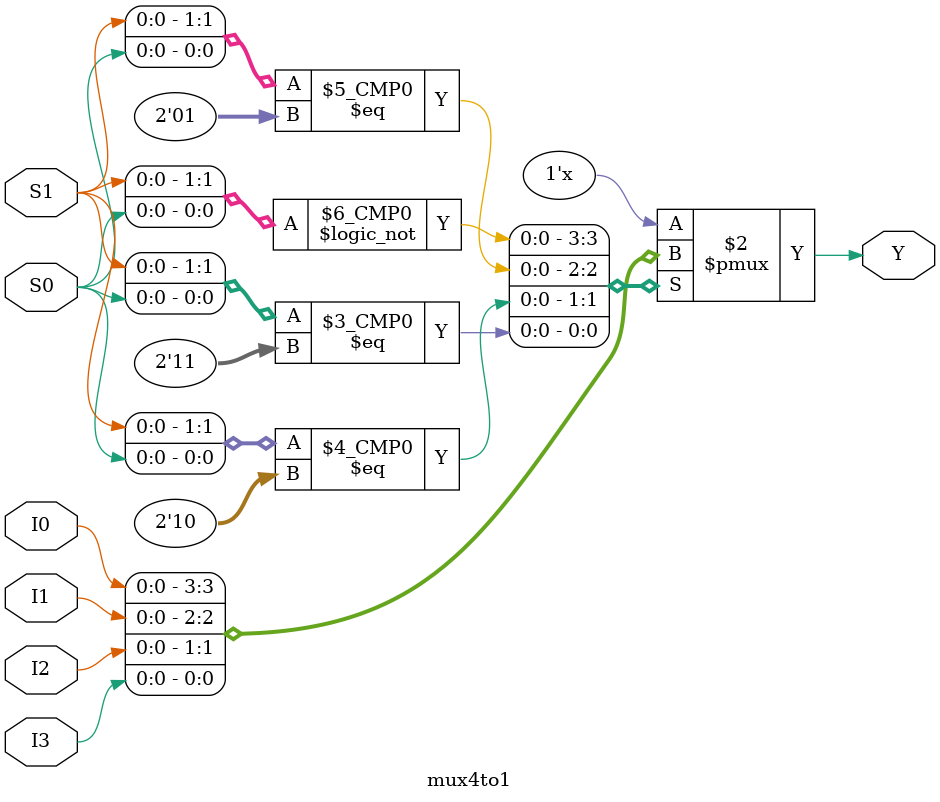
<source format=v>
module mux4to1 (
    input I0,
    input I1,
    input I2,
    input I3,
    input S0,
    input S1,
    output reg Y
);
    always @(*) begin
        case ({S1, S0})
            2'b00: Y = I0;
            2'b01: Y = I1;
            2'b10: Y = I2;
            2'b11: Y = I3;
            default: Y = 0;
        endcase
    end
endmodule
</source>
